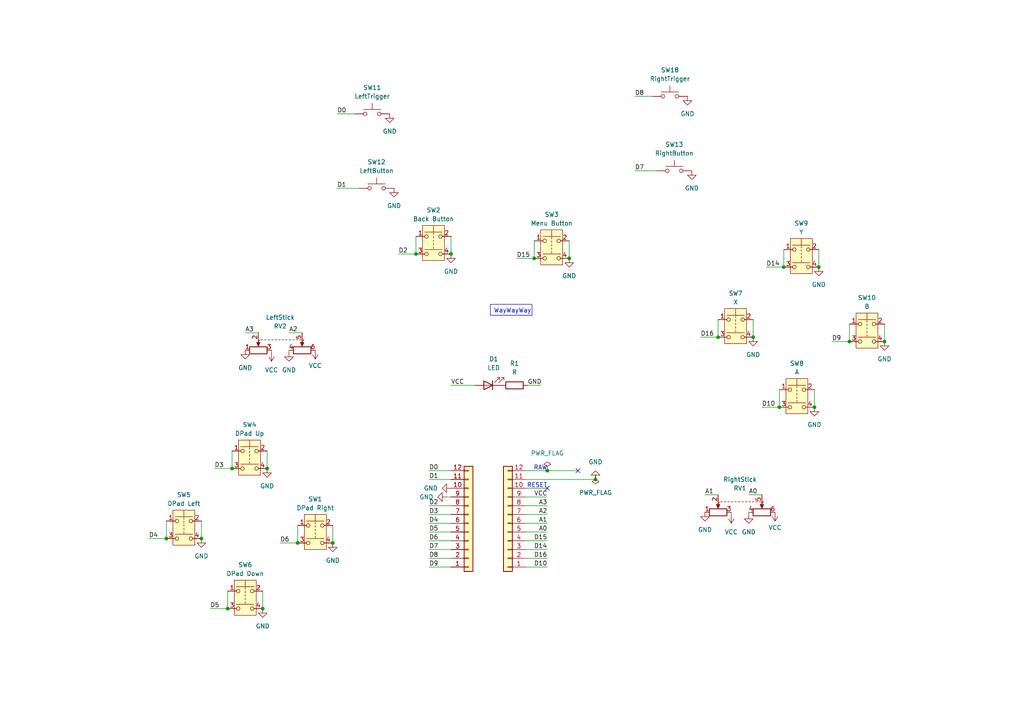
<source format=kicad_sch>
(kicad_sch (version 20230121) (generator eeschema)
  (paper "A4")
  (title_block (date "sam. 04 avril 2015"))
  (lib_symbols
    (symbol "Connector_Generic:Conn_01x12" (pin_names (offset 1.016) hide)
      (property "Reference" "J" (at 0 15.24 0))
      (property "Value" "Conn_01x12" (at 0 -17.78 0))
      (symbol "Conn_01x12_1_1"
        (rectangle (start -1.27 -15.113) (end 0 -15.367) (stroke (width 0.1524)))
        (rectangle (start -1.27 -12.573) (end 0 -12.827) (stroke (width 0.1524)))
        (rectangle (start -1.27 -10.033) (end 0 -10.287) (stroke (width 0.1524)))
        (rectangle (start -1.27 -7.493) (end 0 -7.747) (stroke (width 0.1524)))
        (rectangle (start -1.27 -4.953) (end 0 -5.207) (stroke (width 0.1524)))
        (rectangle (start -1.27 -2.413) (end 0 -2.667) (stroke (width 0.1524)))
        (rectangle (start -1.27 0.127) (end 0 -0.127) (stroke (width 0.1524)))
        (rectangle (start -1.27 2.667) (end 0 2.413) (stroke (width 0.1524)))
        (rectangle (start -1.27 5.207) (end 0 4.953) (stroke (width 0.1524)))
        (rectangle (start -1.27 7.747) (end 0 7.493) (stroke (width 0.1524)))
        (rectangle (start -1.27 10.287) (end 0 10.033) (stroke (width 0.1524)))
        (rectangle (start -1.27 12.827) (end 0 12.573) (stroke (width 0.1524)))
        (rectangle (start -1.27 13.97) (end 1.27 -16.51) (stroke (width 0.254)) (fill (type background)))
        (pin passive line (at -5.08 12.7 0) (length 3.81) (name "Pin_1") (number "1"))
        (pin passive line (at -5.08 -10.16 0) (length 3.81) (name "Pin_10") (number "10"))
        (pin passive line (at -5.08 -12.7 0) (length 3.81) (name "Pin_11") (number "11"))
        (pin passive line (at -5.08 -15.24 0) (length 3.81) (name "Pin_12") (number "12"))
        (pin passive line (at -5.08 10.16 0) (length 3.81) (name "Pin_2") (number "2"))
        (pin passive line (at -5.08 7.62 0) (length 3.81) (name "Pin_3") (number "3"))
        (pin passive line (at -5.08 5.08 0) (length 3.81) (name "Pin_4") (number "4"))
        (pin passive line (at -5.08 2.54 0) (length 3.81) (name "Pin_5") (number "5"))
        (pin passive line (at -5.08 0 0) (length 3.81) (name "Pin_6") (number "6"))
        (pin passive line (at -5.08 -2.54 0) (length 3.81) (name "Pin_7") (number "7"))
        (pin passive line (at -5.08 -5.08 0) (length 3.81) (name "Pin_8") (number "8"))
        (pin passive line (at -5.08 -7.62 0) (length 3.81) (name "Pin_9") (number "9"))
      )
    )
    (symbol "Device:LED" (pin_numbers hide) (pin_names (offset 1.016) hide)
      (property "Reference" "D" (at 0 2.54 0))
      (property "Value" "LED" (at 0 -2.54 0))
      (symbol "LED_0_1"
        (polyline (pts (xy -1.27 -1.27) (xy -1.27 1.27)) (stroke (width 0.254)))
        (polyline (pts (xy -1.27 0) (xy 1.27 0)))
        (polyline (pts (xy 1.27 -1.27) (xy 1.27 1.27) (xy -1.27 0) (xy 1.27 -1.27)) (stroke (width 0.254)))
        (polyline (pts (xy -3.048 -0.762) (xy -4.572 -2.286) (xy -3.81 -2.286) (xy -4.572 -2.286) (xy -4.572 -1.524)))
        (polyline (pts (xy -1.778 -0.762) (xy -3.302 -2.286) (xy -2.54 -2.286) (xy -3.302 -2.286) (xy -3.302 -1.524)))
      )
      (symbol "LED_1_1"
        (pin passive line (at -3.81 0 0) (length 2.54) (name "K") (number "1"))
        (pin passive line (at 3.81 0 180) (length 2.54) (name "A") (number "2"))
      )
    )
    (symbol "Device:R" (pin_numbers hide) (pin_names (offset 0))
      (property "Reference" "R" (at 2.032 0 90))
      (property "Value" "R" (at 0 0 90))
      (symbol "R_0_1"
        (rectangle (start -1.016 -2.54) (end 1.016 2.54) (stroke (width 0.254)))
      )
      (symbol "R_1_1"
        (pin passive line (at 0 3.81 270) (length 1.27) (name "~") (number "1"))
        (pin passive line (at 0 -3.81 90) (length 1.27) (name "~") (number "2"))
      )
    )
    (symbol "Device:R_Potentiometer_Dual" (pin_names (offset 1.016) hide)
      (property "Reference" "RV" (at 0 3.81 0))
      (property "Value" "R_Potentiometer_Dual" (at 0 1.905 0))
      (symbol "R_Potentiometer_Dual_0_1"
        (rectangle (start -8.89 -1.524) (end -3.81 -3.556) (stroke (width 0.254)))
        (polyline (pts (xy -6.35 0) (xy -6.35 -1.016)))
        (polyline (pts (xy -6.35 0) (xy -6.35 -1.016)))
        (polyline (pts (xy -6.35 0) (xy -5.842 0.508)))
        (polyline (pts (xy -5.588 0.508) (xy -5.08 0.508)))
        (polyline (pts (xy -4.572 0.508) (xy -4.064 0.508)))
        (polyline (pts (xy -3.556 0.508) (xy -3.048 0.508)))
        (polyline (pts (xy -2.54 0.508) (xy -2.032 0.508)))
        (polyline (pts (xy -1.524 0.508) (xy -1.016 0.508)))
        (polyline (pts (xy -0.508 0.508) (xy 0 0.508)))
        (polyline (pts (xy 0.508 0.508) (xy 1.016 0.508)))
        (polyline (pts (xy 1.524 0.508) (xy 2.032 0.508)))
        (polyline (pts (xy 2.54 0.508) (xy 3.048 0.508)))
        (polyline (pts (xy 3.556 0.508) (xy 4.064 0.508)))
        (polyline (pts (xy 4.572 0.508) (xy 5.08 0.508)))
        (polyline (pts (xy 5.588 0.508) (xy 6.096 0.508)))
        (polyline (pts (xy 6.35 0) (xy 6.35 -1.016)))
        (polyline (pts (xy 6.35 0) (xy 6.35 -1.016)))
        (polyline (pts (xy 6.604 0.508) (xy 6.858 0.508) (xy 6.35 0)))
        (polyline (pts (xy -6.35 -1.397) (xy -6.858 -0.254) (xy -5.842 -0.254) (xy -6.35 -1.397)) (fill (type outline)))
        (polyline (pts (xy 6.35 -1.397) (xy 5.842 -0.254) (xy 6.858 -0.254) (xy 6.35 -1.397)) (fill (type outline)))
        (rectangle (start 3.81 -1.524) (end 8.89 -3.556) (stroke (width 0.254)))
      )
      (symbol "R_Potentiometer_Dual_1_1"
        (pin passive line (at -10.16 -2.54 0) (length 1.27) (name "1") (number "1"))
        (pin passive line (at -6.35 2.54 270) (length 2.54) (name "2") (number "2"))
        (pin passive line (at -2.54 -2.54 180) (length 1.27) (name "3") (number "3"))
        (pin passive line (at 2.54 -2.54 0) (length 1.27) (name "4") (number "4"))
        (pin passive line (at 6.35 2.54 270) (length 2.54) (name "5") (number "5"))
        (pin passive line (at 10.16 -2.54 180) (length 1.27) (name "6") (number "6"))
      )
    )
    (symbol "GND_1" (power) (pin_names (offset 0))
      (property "Value" "GND_1" (at 0 -3.81 0))
      (symbol "GND_1_0_1"
        (polyline (pts (xy 0 0) (xy 0 -1.27) (xy 1.27 -1.27) (xy 0 -2.54) (xy -1.27 -1.27) (xy 0 -1.27)))
      )
      (symbol "GND_1_1_1"
        (pin power_in line (at 0 0 270) (length 0) hide (name "GND") (number "1"))
      )
    )
    (symbol "GND_2" (power) (pin_names (offset 0))
      (property "Value" "GND_2" (at 0 -3.81 0))
      (symbol "GND_2_0_1"
        (polyline (pts (xy 0 0) (xy 0 -1.27) (xy 1.27 -1.27) (xy 0 -2.54) (xy -1.27 -1.27) (xy 0 -1.27)))
      )
      (symbol "GND_2_1_1"
        (pin power_in line (at 0 0 270) (length 0) hide (name "GND") (number "1"))
      )
    )
    (symbol "GND_3" (power) (pin_names (offset 0))
      (property "Value" "GND_3" (at 0 -3.81 0))
      (symbol "GND_3_0_1"
        (polyline (pts (xy 0 0) (xy 0 -1.27) (xy 1.27 -1.27) (xy 0 -2.54) (xy -1.27 -1.27) (xy 0 -1.27)))
      )
      (symbol "GND_3_1_1"
        (pin power_in line (at 0 0 270) (length 0) hide (name "GND") (number "1"))
      )
    )
    (symbol "Switch:SW_Push" (pin_numbers hide) (pin_names (offset 1.016) hide)
      (property "Reference" "SW" (at 1.27 2.54 0))
      (property "Value" "SW_Push" (at 0 -1.524 0))
      (symbol "SW_Push_0_1"
        (circle (center -2.032 0) (radius 0.508))
        (polyline (pts (xy 0 1.27) (xy 0 3.048)))
        (polyline (pts (xy 2.54 1.27) (xy -2.54 1.27)))
        (circle (center 2.032 0) (radius 0.508))
        (pin passive line (at -5.08 0 0) (length 2.54) (name "1") (number "1"))
        (pin passive line (at 5.08 0 180) (length 2.54) (name "2") (number "2"))
      )
    )
    (symbol "Switch:SW_Push_Dual" (pin_names (offset 1.016) hide)
      (property "Reference" "SW" (at 0 7.62 0))
      (property "Value" "SW_Push_Dual" (at 0 -6.35 0))
      (symbol "SW_Push_Dual_0_1"
        (circle (center -2.032 -2.54) (radius 0.508))
        (circle (center -2.032 2.54) (radius 0.508))
        (polyline (pts (xy 0 -0.508) (xy 0 -1.016)))
        (polyline (pts (xy 0 0.508) (xy 0 0)))
        (polyline (pts (xy 0 1.016) (xy 0 1.524)))
        (polyline (pts (xy 0 2.032) (xy 0 2.54)))
        (polyline (pts (xy 0 3.048) (xy 0 3.556)))
        (polyline (pts (xy 0 3.81) (xy 0 5.588)))
        (polyline (pts (xy 2.54 -1.27) (xy -2.54 -1.27)))
        (polyline (pts (xy 2.54 3.81) (xy -2.54 3.81)))
        (circle (center 2.032 -2.54) (radius 0.508))
        (circle (center 2.032 2.54) (radius 0.508))
        (pin passive line (at -5.08 2.54 0) (length 2.54) (name "1") (number "1"))
        (pin passive line (at 5.08 2.54 180) (length 2.54) (name "2") (number "2"))
        (pin passive line (at -5.08 -2.54 0) (length 2.54) (name "3") (number "3"))
        (pin passive line (at 5.08 -2.54 180) (length 2.54) (name "4") (number "4"))
      )
      (symbol "SW_Push_Dual_1_1"
        (rectangle (start -3.175 5.715) (end 3.175 -4.445) (fill (type background)))
      )
    )
    (symbol "VCC_1" (power) (pin_names (offset 0))
      (property "Value" "VCC_1" (at 0 3.81 0))
      (symbol "VCC_1_0_1"
        (polyline (pts (xy -0.762 1.27) (xy 0 2.54)))
        (polyline (pts (xy 0 0) (xy 0 2.54)))
        (polyline (pts (xy 0 2.54) (xy 0.762 1.27)))
      )
      (symbol "VCC_1_1_1"
        (pin power_in line (at 0 0 90) (length 0) hide (name "VCC") (number "1"))
      )
    )
    (symbol "VCC_2" (power) (pin_names (offset 0))
      (property "Value" "VCC_2" (at 0 3.81 0))
      (symbol "VCC_2_0_1"
        (polyline (pts (xy -0.762 1.27) (xy 0 2.54)))
        (polyline (pts (xy 0 0) (xy 0 2.54)))
        (polyline (pts (xy 0 2.54) (xy 0.762 1.27)))
      )
      (symbol "VCC_2_1_1"
        (pin power_in line (at 0 0 90) (length 0) hide (name "VCC") (number "1"))
      )
    )
    (symbol "power:GND" (power) (pin_names (offset 0))
      (property "Value" "GND" (at 0 -3.81 0))
      (symbol "GND_0_1"
        (polyline (pts (xy 0 0) (xy 0 -1.27) (xy 1.27 -1.27) (xy 0 -2.54) (xy -1.27 -1.27) (xy 0 -1.27)))
      )
      (symbol "GND_1_1"
        (pin power_in line (at 0 0 270) (length 0) hide (name "GND") (number "1"))
      )
    )
    (symbol "power:PWR_FLAG" (power) (pin_numbers hide) (pin_names (offset 0) hide)
      (property "Value" "PWR_FLAG" (at 0 3.81 0))
      (symbol "PWR_FLAG_0_0"
        (pin power_out line (at 0 0 90) (length 0) (name "pwr") (number "1"))
      )
      (symbol "PWR_FLAG_0_1"
        (polyline (pts (xy 0 0) (xy 0 1.27) (xy -1.016 1.905) (xy 0 2.54) (xy 1.016 1.905) (xy 0 1.27)))
      )
    )
  )
  (junction (at 158.75 136.525))
  (junction (at 67.31 135.89))
  (junction (at 77.47 135.89))
  (junction (at 256.54 99.06))
  (junction (at 236.22 118.11))
  (junction (at 130.81 73.66))
  (junction (at 96.52 157.48))
  (junction (at 58.42 156.21))
  (junction (at 165.1 74.93))
  (junction (at 246.38 99.06))
  (junction (at 66.04 176.53))
  (junction (at 218.44 97.79))
  (junction (at 154.94 74.93))
  (junction (at 227.33 77.47))
  (junction (at 208.28 97.79))
  (junction (at 226.06 118.11))
  (junction (at 86.36 157.48))
  (junction (at 237.49 77.47))
  (junction (at 48.26 156.21))
  (junction (at 76.2 176.53))
  (junction (at 172.72 139.065))
  (junction (at 120.65 73.66))
  (no_connect (at 158.75 141.605))
  (no_connect (at 167.64 136.525))
  (wire (pts (xy 153.035 111.76) (xy 156.845 111.76)))
  (wire (pts (xy 226.06 113.03) (xy 226.06 118.11)))
  (wire (pts (xy 217.17 149.225) (xy 217.17 148.59)))
  (wire (pts (xy 204.47 143.51) (xy 208.28 143.51)))
  (wire (pts (xy 154.94 69.85) (xy 154.94 74.93)))
  (wire (pts (xy 130.81 144.145) (xy 129.54 144.145)))
  (wire (pts (xy 124.46 149.225) (xy 130.81 149.225)))
  (wire (pts (xy 158.75 161.925) (xy 152.4 161.925)))
  (wire (pts (xy 158.75 149.225) (xy 152.4 149.225)))
  (wire (pts (xy 217.17 143.51) (xy 220.98 143.51)))
  (wire (pts (xy 58.42 151.13) (xy 58.42 156.21)))
  (wire (pts (xy 124.46 136.525) (xy 130.81 136.525)))
  (wire (pts (xy 83.82 102.235) (xy 83.82 101.6)))
  (wire (pts (xy 130.81 68.58) (xy 130.81 73.66)))
  (wire (pts (xy 83.82 96.52) (xy 87.63 96.52)))
  (wire (pts (xy 76.2 171.45) (xy 76.2 176.53)))
  (wire (pts (xy 66.04 171.45) (xy 66.04 176.53)))
  (wire (pts (xy 120.65 68.58) (xy 120.65 73.66)))
  (wire (pts (xy 124.46 156.845) (xy 130.81 156.845)))
  (wire (pts (xy 158.75 146.685) (xy 152.4 146.685)))
  (wire (pts (xy 208.28 92.71) (xy 208.28 97.79)))
  (wire (pts (xy 158.75 154.305) (xy 152.4 154.305)))
  (wire (pts (xy 184.15 49.53) (xy 190.5 49.53)))
  (wire (pts (xy 149.86 74.93) (xy 154.94 74.93)))
  (wire (pts (xy 124.46 146.685) (xy 130.81 146.685)))
  (wire (pts (xy 227.33 72.39) (xy 227.33 77.47)))
  (wire (pts (xy 124.46 139.065) (xy 130.81 139.065)))
  (wire (pts (xy 236.22 113.03) (xy 236.22 118.11)))
  (wire (pts (xy 152.4 139.065) (xy 172.72 139.065)))
  (wire (pts (xy 212.09 149.225) (xy 212.09 148.59)))
  (wire (pts (xy 62.23 135.89) (xy 67.31 135.89)))
  (wire (pts (xy 158.75 151.765) (xy 152.4 151.765)))
  (wire (pts (xy 167.64 136.525) (xy 158.75 136.525)))
  (wire (pts (xy 172.72 139.065) (xy 172.72 137.795)))
  (wire (pts (xy 97.79 33.02) (xy 102.87 33.02)))
  (wire (pts (xy 97.79 54.61) (xy 104.14 54.61)))
  (wire (pts (xy 218.44 92.71) (xy 218.44 97.79)))
  (wire (pts (xy 115.57 73.66) (xy 120.65 73.66)))
  (wire (pts (xy 96.52 152.4) (xy 96.52 157.48)))
  (wire (pts (xy 158.75 159.385) (xy 152.4 159.385)))
  (wire (pts (xy 246.38 93.98) (xy 246.38 99.06)))
  (wire (pts (xy 222.25 77.47) (xy 227.33 77.47)))
  (wire (pts (xy 124.46 159.385) (xy 130.81 159.385)))
  (wire (pts (xy 124.46 164.465) (xy 130.81 164.465)))
  (wire (pts (xy 78.74 102.235) (xy 78.74 101.6)))
  (wire (pts (xy 86.36 152.4) (xy 86.36 157.48)))
  (wire (pts (xy 237.49 72.39) (xy 237.49 77.47)))
  (wire (pts (xy 48.26 156.21) (xy 48.26 151.13)))
  (wire (pts (xy 220.98 118.11) (xy 226.06 118.11)))
  (wire (pts (xy 158.75 141.605) (xy 152.4 141.605)))
  (wire (pts (xy 124.46 151.765) (xy 130.81 151.765)))
  (wire (pts (xy 124.46 154.305) (xy 130.81 154.305)))
  (wire (pts (xy 71.12 96.52) (xy 74.93 96.52)))
  (wire (pts (xy 165.1 69.85) (xy 165.1 74.93)))
  (wire (pts (xy 241.3 99.06) (xy 246.38 99.06)))
  (wire (pts (xy 81.28 157.48) (xy 86.36 157.48)))
  (wire (pts (xy 60.96 176.53) (xy 66.04 176.53)))
  (wire (pts (xy 158.75 156.845) (xy 152.4 156.845)))
  (wire (pts (xy 158.75 164.465) (xy 152.4 164.465)))
  (wire (pts (xy 158.75 136.525) (xy 152.4 136.525)))
  (wire (pts (xy 158.75 144.145) (xy 152.4 144.145)))
  (wire (pts (xy 130.81 111.76) (xy 137.795 111.76)))
  (wire (pts (xy 203.2 97.79) (xy 208.28 97.79)))
  (wire (pts (xy 43.18 156.21) (xy 48.26 156.21)))
  (wire (pts (xy 184.15 27.94) (xy 189.23 27.94)))
  (wire (pts (xy 77.47 130.81) (xy 77.47 135.89)))
  (wire (pts (xy 67.31 130.81) (xy 67.31 135.89)))
  (wire (pts (xy 256.54 93.98) (xy 256.54 99.06)))
  (wire (pts (xy 124.46 161.925) (xy 130.81 161.925)))
  (text_box "WayWayWay" (at 142.24 88.265 0) (size 12.065 3.175) (effects (font (size 1.27 1.27)) (justify left top)))
  (text "RAW" (at 158.75 136.525 0) (effects (font (size 1.27 1.27)) (justify right bottom)))
  (text "RESET" (at 158.75 141.605 0) (effects (font (size 1.27 1.27)) (justify right bottom)))
  (label "D1" (at 124.46 139.065 0))
  (label "D5" (at 124.46 154.305 0))
  (label "D8" (at 124.46 161.925 0))
  (label "D7" (at 124.46 159.385 0))
  (label "A0" (at 217.17 143.51 0))
  (label "D15" (at 158.75 156.845 180))
  (label "D10" (at 220.98 118.11 0))
  (label "D9" (at 241.3 99.06 0))
  (label "D0" (at 124.46 136.525 0))
  (label "D3" (at 62.23 135.89 0))
  (label "D6" (at 81.28 157.48 0))
  (label "D16" (at 158.75 161.925 180))
  (label "GND" (at 153.035 111.76 0))
  (label "D1" (at 97.79 54.61 0))
  (label "D4" (at 43.18 156.21 0))
  (label "A1" (at 204.47 143.51 0))
  (label "VCC" (at 158.75 144.145 180))
  (label "VCC" (at 130.81 111.76 0))
  (label "D2" (at 124.46 146.685 0))
  (label "A3" (at 158.75 146.685 180))
  (label "D9" (at 124.46 164.465 0))
  (label "D4" (at 124.46 151.765 0))
  (label "D2" (at 115.57 73.66 0))
  (label "A1" (at 158.75 151.765 180))
  (label "D3" (at 124.46 149.225 0))
  (label "D7" (at 184.15 49.53 0))
  (label "D10" (at 158.75 164.465 180))
  (label "D0" (at 97.79 33.02 0))
  (label "D14" (at 158.75 159.385 180))
  (label "D16" (at 203.2 97.79 0))
  (label "D5" (at 60.96 176.53 0))
  (label "D8" (at 184.15 27.94 0))
  (label "A3" (at 71.12 96.52 0))
  (label "A0" (at 158.75 154.305 180))
  (label "D14" (at 222.25 77.47 0))
  (label "D6" (at 124.46 156.845 0))
  (label "D15" (at 149.86 74.93 0))
  (label "A2" (at 83.82 96.52 0))
  (label "A2" (at 158.75 149.225 180))
  (symbol (lib_id "Switch:SW_Push_Dual") (at 231.14 115.57 0) (unit 1)
    (property "Reference" "SW8" (at 231.14 105.41 0))
    (property "Value" "A" (at 231.14 107.95 0))
    (property "Footprint" "Button_Switch_THT:Push_E-Switch_KS01Q01" (effects hide))
  )
  (symbol (lib_name "GND_2") (lib_id "power:GND") (at 217.17 149.225 0) (unit 1)
    (property "Reference" "#PWR018" (effects hide))
    (property "Value" "GND" (at 217.17 154.305 0))
  )
  (symbol (lib_name "GND_1") (lib_id "power:GND") (at 113.03 33.02 0) (unit 1)
    (property "Reference" "#PWR011" (effects hide))
    (property "Value" "GND" (at 113.03 38.1 0))
  )
  (symbol (lib_name "GND_1") (lib_id "power:GND") (at 165.1 74.93 0) (unit 1)
    (property "Reference" "#PWR02" (effects hide))
    (property "Value" "GND" (at 165.1 80.01 0))
  )
  (symbol (lib_name "GND_1") (lib_id "power:GND") (at 236.22 118.11 0) (unit 1)
    (property "Reference" "#PWR08" (effects hide))
    (property "Value" "GND" (at 236.22 123.19 0))
  )
  (symbol (lib_name "GND_1") (lib_id "power:GND") (at 96.52 157.48 0) (unit 1)
    (property "Reference" "#PWR04" (effects hide))
    (property "Value" "GND" (at 96.52 162.56 0))
  )
  (symbol (lib_id "Device:R_Potentiometer_Dual") (at 81.28 99.06 0) (unit 1)
    (property "Reference" "RV2" (at 81.28 94.615 0))
    (property "Value" "LeftStick" (at 81.28 92.075 0))
    (property "Footprint" "Downloads:JOYSTICK" (effects hide))
  )
  (symbol (lib_id "Switch:SW_Push_Dual") (at 71.12 173.99 0) (unit 1)
    (property "Reference" "SW6" (at 71.12 163.83 0))
    (property "Value" "DPad Down" (at 71.12 166.37 0))
    (property "Footprint" "Button_Switch_THT:Push_E-Switch_KS01Q01" (effects hide))
  )
  (symbol (lib_id "Device:R_Potentiometer_Dual") (at 214.63 146.05 0) (unit 1)
    (property "Reference" "RV1" (at 214.63 141.605 0))
    (property "Value" "RightStick" (at 214.63 139.065 0))
    (property "Footprint" "Downloads:JOYSTICK" (effects hide))
  )
  (symbol (lib_name "GND_1") (lib_id "power:GND") (at 204.47 148.59 0) (unit 1)
    (property "Reference" "#PWR016" (effects hide))
    (property "Value" "GND" (at 204.47 153.67 0))
  )
  (symbol (lib_id "Switch:SW_Push_Dual") (at 72.39 133.35 0) (unit 1)
    (property "Reference" "SW4" (at 72.39 123.19 0))
    (property "Value" "DPad Up" (at 72.39 125.73 0))
    (property "Footprint" "Button_Switch_THT:Push_E-Switch_KS01Q01" (effects hide))
  )
  (symbol (lib_name "GND_1") (lib_id "power:GND") (at 237.49 77.47 0) (unit 1)
    (property "Reference" "#PWR09" (effects hide))
    (property "Value" "GND" (at 237.49 82.55 0))
  )
  (symbol (lib_id "Switch:SW_Push") (at 107.95 33.02 0) (unit 1)
    (property "Reference" "SW11" (at 107.95 25.4 0))
    (property "Value" "LeftTrigger" (at 107.95 27.94 0))
    (property "Footprint" "Button_Switch_THT:SW_Tactile_SKHH_Angled" (effects hide))
  )
  (symbol (lib_name "VCC_2") (lib_id "power:VCC") (at 212.09 149.225 180) (unit 1)
    (property "Reference" "#PWR017" (effects hide))
    (property "Value" "VCC" (at 212.09 154.305 0))
  )
  (symbol (lib_name "GND_1") (lib_id "power:GND") (at 200.66 49.53 0) (unit 1)
    (property "Reference" "#PWR015" (effects hide))
    (property "Value" "GND" (at 200.66 54.61 0))
  )
  (symbol (lib_name "GND_1") (lib_id "power:GND") (at 77.47 135.89 0) (unit 1)
    (property "Reference" "#PWR03" (effects hide))
    (property "Value" "GND" (at 77.47 140.97 0))
  )
  (symbol (lib_id "Switch:SW_Push") (at 194.31 27.94 0) (unit 1)
    (property "Reference" "SW18" (at 194.31 20.32 0))
    (property "Value" "RightTrigger" (at 194.31 22.86 0))
    (property "Footprint" "Button_Switch_THT:SW_Tactile_SKHH_Angled" (effects hide))
  )
  (symbol (lib_name "GND_1") (lib_id "power:GND") (at 114.3 54.61 0) (unit 1)
    (property "Reference" "#PWR012" (effects hide))
    (property "Value" "GND" (at 114.3 59.69 0))
  )
  (symbol (lib_id "Switch:SW_Push_Dual") (at 213.36 95.25 0) (unit 1)
    (property "Reference" "SW7" (at 213.36 85.09 0))
    (property "Value" "X" (at 213.36 87.63 0))
    (property "Footprint" "Button_Switch_THT:Push_E-Switch_KS01Q01" (effects hide))
  )
  (symbol (lib_id "power:GND") (at 130.81 141.605 270) (unit 1)
    (property "Reference" "#PWR026" (effects hide))
    (property "Value" "GND" (at 127 141.605 90) (effects (justify right)))
  )
  (symbol (lib_id "Switch:SW_Push_Dual") (at 232.41 74.93 0) (unit 1)
    (property "Reference" "SW9" (at 232.41 64.77 0))
    (property "Value" "Y" (at 232.41 67.31 0))
    (property "Footprint" "Button_Switch_THT:Push_E-Switch_KS01Q01" (effects hide))
  )
  (symbol (lib_id "power:PWR_FLAG") (at 172.72 137.795 180) (unit 1)
    (property "Reference" "#FLG01" (effects hide))
    (property "Value" "PWR_FLAG" (at 172.72 142.875 0))
  )
  (symbol (lib_name "GND_2") (lib_id "power:GND") (at 83.82 102.235 0) (unit 1)
    (property "Reference" "#PWR028" (effects hide))
    (property "Value" "GND" (at 83.82 107.315 0))
  )
  (symbol (lib_id "Switch:SW_Push_Dual") (at 160.02 72.39 0) (unit 1)
    (property "Reference" "SW3" (at 160.02 62.23 0))
    (property "Value" "Menu Button" (at 160.02 64.77 0))
    (property "Footprint" "Button_Switch_THT:Push_E-Switch_KS01Q01" (effects hide))
  )
  (symbol (lib_id "Device:R") (at 149.225 111.76 90) (unit 1)
    (property "Reference" "R1" (at 149.225 105.41 90))
    (property "Value" "R" (at 149.225 107.95 90))
    (property "Footprint" "Resistor_THT:R_Axial_DIN0207_L6.3mm_D2.5mm_P10.16mm_Horizontal" (effects hide))
  )
  (symbol (lib_id "Switch:SW_Push_Dual") (at 125.73 71.12 0) (unit 1)
    (property "Reference" "SW2" (at 125.73 60.96 0))
    (property "Value" "Back Button" (at 125.73 63.5 0))
    (property "Footprint" "Button_Switch_THT:Push_E-Switch_KS01Q01" (effects hide))
  )
  (symbol (lib_id "Switch:SW_Push_Dual") (at 53.34 153.67 0) (unit 1)
    (property "Reference" "SW5" (at 53.34 143.51 0))
    (property "Value" "DPad Left" (at 53.34 146.05 0))
    (property "Footprint" "Button_Switch_THT:Push_E-Switch_KS01Q01" (effects hide))
  )
  (symbol (lib_id "Switch:SW_Push") (at 195.58 49.53 0) (unit 1)
    (property "Reference" "SW13" (at 195.58 41.91 0))
    (property "Value" "RightButton" (at 195.58 44.45 0))
    (property "Footprint" "Button_Switch_THT:SW_Tactile_SKHH_Angled" (effects hide))
  )
  (symbol (lib_id "Connector_Generic:Conn_01x12") (at 135.89 151.765 0) (mirror x) (unit 1)
    (property "Reference" "J4" (effects hide))
    (property "Value" "Conn_01x12" (effects hide))
    (property "Footprint" "Connector_PinHeader_2.54mm:PinHeader_1x12_P2.54mm_Vertical" (effects hide))
  )
  (symbol (lib_id "Device:LED") (at 141.605 111.76 180) (unit 1)
    (property "Reference" "D1" (at 143.1925 104.14 0))
    (property "Value" "LED" (at 143.1925 106.68 0))
    (property "Footprint" "LED_THT:LED_D5.0mm" (effects hide))
  )
  (symbol (lib_name "GND_1") (lib_id "power:GND") (at 218.44 97.79 0) (unit 1)
    (property "Reference" "#PWR07" (effects hide))
    (property "Value" "GND" (at 218.44 102.87 0))
  )
  (symbol (lib_id "Switch:SW_Push_Dual") (at 251.46 96.52 0) (unit 1)
    (property "Reference" "SW10" (at 251.46 86.36 0))
    (property "Value" "B" (at 251.46 88.9 0))
    (property "Footprint" "Button_Switch_THT:Push_E-Switch_KS01Q01" (effects hide))
  )
  (symbol (lib_id "Switch:SW_Push") (at 109.22 54.61 0) (unit 1)
    (property "Reference" "SW12" (at 109.22 46.99 0))
    (property "Value" "LeftButton" (at 109.22 49.53 0))
    (property "Footprint" "Button_Switch_THT:SW_Tactile_SKHH_Angled" (effects hide))
  )
  (symbol (lib_name "GND_1") (lib_id "power:GND") (at 58.42 156.21 0) (unit 1)
    (property "Reference" "#PWR05" (effects hide))
    (property "Value" "GND" (at 58.42 161.29 0))
  )
  (symbol (lib_name "VCC_1") (lib_id "power:VCC") (at 224.79 148.59 180) (unit 1)
    (property "Reference" "#PWR019" (effects hide))
    (property "Value" "VCC" (at 224.79 153.035 0))
  )
  (symbol (lib_id "Switch:SW_Push_Dual") (at 91.44 154.94 0) (unit 1)
    (property "Reference" "SW1" (at 91.44 144.78 0))
    (property "Value" "DPad Right" (at 91.44 147.32 0))
    (property "Footprint" "Button_Switch_THT:Push_E-Switch_KS01Q01" (effects hide))
  )
  (symbol (lib_name "GND_1") (lib_id "power:GND") (at 76.2 176.53 0) (unit 1)
    (property "Reference" "#PWR06" (effects hide))
    (property "Value" "GND" (at 76.2 181.61 0))
  )
  (symbol (lib_id "power:PWR_FLAG") (at 158.75 136.525 0) (unit 1)
    (property "Reference" "#FLG02" (effects hide))
    (property "Value" "PWR_FLAG" (at 158.75 131.445 0))
  )
  (symbol (lib_name "GND_1") (lib_id "power:GND") (at 130.81 73.66 0) (unit 1)
    (property "Reference" "#PWR01" (effects hide))
    (property "Value" "GND" (at 130.81 78.74 0))
  )
  (symbol (lib_name "GND_1") (lib_id "power:GND") (at 199.39 27.94 0) (unit 1)
    (property "Reference" "#PWR014" (effects hide))
    (property "Value" "GND" (at 199.39 33.02 0))
  )
  (symbol (lib_name "GND_1") (lib_id "power:GND") (at 71.12 101.6 0) (unit 1)
    (property "Reference" "#PWR030" (effects hide))
    (property "Value" "GND" (at 71.12 106.68 0))
  )
  (symbol (lib_name "GND_1") (lib_id "power:GND") (at 256.54 99.06 0) (unit 1)
    (property "Reference" "#PWR010" (effects hide))
    (property "Value" "GND" (at 256.54 104.14 0))
  )
  (symbol (lib_name "GND_3") (lib_id "power:GND") (at 172.72 139.065 180) (unit 1)
    (property "Reference" "#PWR024" (effects hide))
    (property "Value" "GND" (at 172.72 133.985 0))
  )
  (symbol (lib_id "power:GND") (at 129.54 144.145 270) (unit 1)
    (property "Reference" "#PWR013" (effects hide))
    (property "Value" "GND" (at 125.73 144.145 90) (effects (justify right)))
  )
  (symbol (lib_id "Connector_Generic:Conn_01x12") (at 147.32 151.765 180) (unit 1)
    (property "Reference" "J3" (effects hide))
    (property "Value" "Conn_01x12" (effects hide))
    (property "Footprint" "Connector_PinHeader_2.54mm:PinHeader_1x12_P2.54mm_Vertical" (effects hide))
  )
  (symbol (lib_name "VCC_1") (lib_id "power:VCC") (at 91.44 101.6 180) (unit 1)
    (property "Reference" "#PWR027" (effects hide))
    (property "Value" "VCC" (at 91.44 106.045 0))
  )
  (symbol (lib_name "VCC_2") (lib_id "power:VCC") (at 78.74 102.235 180) (unit 1)
    (property "Reference" "#PWR029" (effects hide))
    (property "Value" "VCC" (at 78.74 107.315 0))
  )
)
</source>
